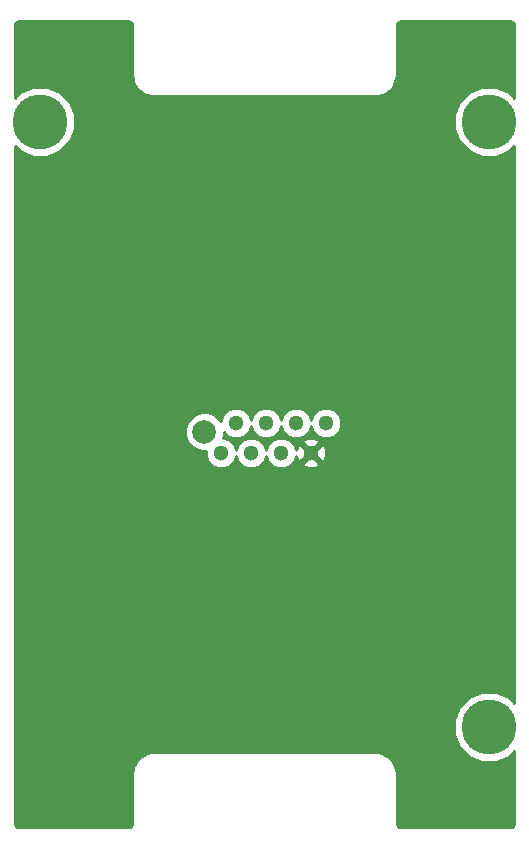
<source format=gbl>
G04 #@! TF.GenerationSoftware,KiCad,Pcbnew,(5.0.0)*
G04 #@! TF.CreationDate,2018-12-02T22:24:04-05:00*
G04 #@! TF.ProjectId,structural_test,7374727563747572616C5F746573742E,rev?*
G04 #@! TF.SameCoordinates,Original*
G04 #@! TF.FileFunction,Copper,L2,Bot,Signal*
G04 #@! TF.FilePolarity,Positive*
%FSLAX46Y46*%
G04 Gerber Fmt 4.6, Leading zero omitted, Abs format (unit mm)*
G04 Created by KiCad (PCBNEW (5.0.0)) date 12/02/18 22:24:04*
%MOMM*%
%LPD*%
G01*
G04 APERTURE LIST*
G04 #@! TA.AperFunction,ComponentPad*
%ADD10C,4.648200*%
G04 #@! TD*
G04 #@! TA.AperFunction,ComponentPad*
%ADD11C,2.000000*%
G04 #@! TD*
G04 #@! TA.AperFunction,ComponentPad*
%ADD12C,1.300000*%
G04 #@! TD*
G04 #@! TA.AperFunction,ViaPad*
%ADD13C,0.800000*%
G04 #@! TD*
G04 #@! TA.AperFunction,Conductor*
%ADD14C,0.254000*%
G04 #@! TD*
G04 APERTURE END LIST*
D10*
G04 #@! TO.P,B1,1*
G04 #@! TO.N,Net-(B1-Pad1)*
X68300000Y-85550000D03*
G04 #@! TD*
G04 #@! TO.P,B3,1*
G04 #@! TO.N,Net-(B3-Pad1)*
X106300000Y-136800000D03*
G04 #@! TD*
D11*
G04 #@! TO.P,J1,9*
G04 #@! TO.N,N/C*
X82220000Y-111800000D03*
D12*
G04 #@! TO.P,J1,8*
G04 #@! TO.N,/v-*
X92510000Y-111060000D03*
G04 #@! TO.P,J1,6*
G04 #@! TO.N,/temp2*
X89970000Y-111060000D03*
G04 #@! TO.P,J1,4*
G04 #@! TO.N,/5V*
X87430000Y-111060000D03*
G04 #@! TO.P,J1,2*
G04 #@! TO.N,/temp1*
X84890000Y-111060000D03*
G04 #@! TO.P,J1,7*
G04 #@! TO.N,/gnd*
X91240000Y-113600000D03*
G04 #@! TO.P,J1,1*
G04 #@! TO.N,/volt*
X83620000Y-113600000D03*
G04 #@! TO.P,J1,3*
G04 #@! TO.N,Net-(J1-Pad3)*
X86160000Y-113600000D03*
G04 #@! TO.P,J1,5*
G04 #@! TO.N,/v+*
X88700000Y-113600000D03*
G04 #@! TD*
D10*
G04 #@! TO.P,B2,1*
G04 #@! TO.N,Net-(B2-Pad1)*
X106300000Y-85550000D03*
G04 #@! TD*
D13*
G04 #@! TO.N,/gnd*
X104100000Y-77800000D03*
X66670000Y-77810000D03*
G04 #@! TD*
D14*
G04 #@! TO.N,/gnd*
G36*
X75941023Y-77094693D02*
X76027515Y-77152485D01*
X76085307Y-77238977D01*
X76120001Y-77413394D01*
X76120000Y-81731387D01*
X76134123Y-81802388D01*
X76134123Y-81802391D01*
X76211461Y-82191197D01*
X76293070Y-82388217D01*
X76321209Y-82456151D01*
X76541451Y-82785765D01*
X76744237Y-82988551D01*
X76744240Y-82988552D01*
X77073849Y-83208791D01*
X77073851Y-83208792D01*
X77338803Y-83318539D01*
X77727609Y-83395877D01*
X77727611Y-83395877D01*
X77798612Y-83410000D01*
X96801388Y-83410000D01*
X96872389Y-83395877D01*
X96872391Y-83395877D01*
X97261197Y-83318539D01*
X97526149Y-83208792D01*
X97526151Y-83208791D01*
X97855765Y-82988549D01*
X98058551Y-82785763D01*
X98058552Y-82785760D01*
X98278791Y-82456151D01*
X98306930Y-82388217D01*
X98388539Y-82191197D01*
X98465877Y-81802391D01*
X98465877Y-81802389D01*
X98480000Y-81731388D01*
X98480000Y-77413390D01*
X98514693Y-77238977D01*
X98572485Y-77152485D01*
X98658977Y-77094693D01*
X98833390Y-77060000D01*
X108086610Y-77060000D01*
X108261023Y-77094693D01*
X108347515Y-77152485D01*
X108405307Y-77238977D01*
X108440001Y-77413395D01*
X108440001Y-83505202D01*
X107976195Y-83041396D01*
X106888602Y-82590900D01*
X105711398Y-82590900D01*
X104623805Y-83041396D01*
X103791396Y-83873805D01*
X103340900Y-84961398D01*
X103340900Y-86138602D01*
X103791396Y-87226195D01*
X104623805Y-88058604D01*
X105711398Y-88509100D01*
X106888602Y-88509100D01*
X107976195Y-88058604D01*
X108440001Y-87594798D01*
X108440000Y-134755201D01*
X107976195Y-134291396D01*
X106888602Y-133840900D01*
X105711398Y-133840900D01*
X104623805Y-134291396D01*
X103791396Y-135123805D01*
X103340900Y-136211398D01*
X103340900Y-137388602D01*
X103791396Y-138476195D01*
X104623805Y-139308604D01*
X105711398Y-139759100D01*
X106888602Y-139759100D01*
X107976195Y-139308604D01*
X108440000Y-138844799D01*
X108440000Y-144936610D01*
X108405307Y-145111023D01*
X108347515Y-145197515D01*
X108261023Y-145255307D01*
X108086610Y-145290000D01*
X98833390Y-145290000D01*
X98658977Y-145255307D01*
X98572485Y-145197515D01*
X98514693Y-145111023D01*
X98480000Y-144936610D01*
X98480000Y-140618612D01*
X98445583Y-140445585D01*
X98388539Y-140158803D01*
X98278792Y-139893851D01*
X98278791Y-139893850D01*
X98278791Y-139893849D01*
X98058552Y-139564240D01*
X98058551Y-139564237D01*
X97855765Y-139361451D01*
X97526151Y-139141209D01*
X97526149Y-139141208D01*
X97261197Y-139031461D01*
X96872391Y-138954123D01*
X96872389Y-138954123D01*
X96801388Y-138940000D01*
X77798612Y-138940000D01*
X77727611Y-138954123D01*
X77727609Y-138954123D01*
X77338803Y-139031461D01*
X77073851Y-139141208D01*
X77073849Y-139141209D01*
X76744240Y-139361448D01*
X76744237Y-139361449D01*
X76541451Y-139564235D01*
X76321209Y-139893849D01*
X76321209Y-139893850D01*
X76321208Y-139893851D01*
X76211461Y-140158803D01*
X76134123Y-140547609D01*
X76134123Y-140547612D01*
X76120000Y-140618613D01*
X76120001Y-144936606D01*
X76085307Y-145111023D01*
X76027515Y-145197515D01*
X75941023Y-145255307D01*
X75766610Y-145290000D01*
X66513390Y-145290000D01*
X66338977Y-145255307D01*
X66252485Y-145197515D01*
X66194693Y-145111023D01*
X66160000Y-144936610D01*
X66160000Y-111474778D01*
X80585000Y-111474778D01*
X80585000Y-112125222D01*
X80833914Y-112726153D01*
X81293847Y-113186086D01*
X81894778Y-113435000D01*
X82335000Y-113435000D01*
X82335000Y-113855602D01*
X82530629Y-114327894D01*
X82892106Y-114689371D01*
X83364398Y-114885000D01*
X83875602Y-114885000D01*
X84347894Y-114689371D01*
X84709371Y-114327894D01*
X84890000Y-113891815D01*
X85070629Y-114327894D01*
X85432106Y-114689371D01*
X85904398Y-114885000D01*
X86415602Y-114885000D01*
X86887894Y-114689371D01*
X87249371Y-114327894D01*
X87430000Y-113891815D01*
X87610629Y-114327894D01*
X87972106Y-114689371D01*
X88444398Y-114885000D01*
X88955602Y-114885000D01*
X89427894Y-114689371D01*
X89618249Y-114499016D01*
X90520590Y-114499016D01*
X90576271Y-114729611D01*
X91059078Y-114897622D01*
X91569428Y-114868083D01*
X91903729Y-114729611D01*
X91959410Y-114499016D01*
X91240000Y-113779605D01*
X90520590Y-114499016D01*
X89618249Y-114499016D01*
X89789371Y-114327894D01*
X89969772Y-113892366D01*
X89971917Y-113929428D01*
X90110389Y-114263729D01*
X90340984Y-114319410D01*
X91060395Y-113600000D01*
X91419605Y-113600000D01*
X92139016Y-114319410D01*
X92369611Y-114263729D01*
X92537622Y-113780922D01*
X92508083Y-113270572D01*
X92369611Y-112936271D01*
X92139016Y-112880590D01*
X91419605Y-113600000D01*
X91060395Y-113600000D01*
X90340984Y-112880590D01*
X90110389Y-112936271D01*
X89975960Y-113322574D01*
X89789371Y-112872106D01*
X89618249Y-112700984D01*
X90520590Y-112700984D01*
X91240000Y-113420395D01*
X91959410Y-112700984D01*
X91903729Y-112470389D01*
X91420922Y-112302378D01*
X90910572Y-112331917D01*
X90576271Y-112470389D01*
X90520590Y-112700984D01*
X89618249Y-112700984D01*
X89427894Y-112510629D01*
X88955602Y-112315000D01*
X88444398Y-112315000D01*
X87972106Y-112510629D01*
X87610629Y-112872106D01*
X87430000Y-113308185D01*
X87249371Y-112872106D01*
X86887894Y-112510629D01*
X86415602Y-112315000D01*
X85904398Y-112315000D01*
X85432106Y-112510629D01*
X85070629Y-112872106D01*
X84890000Y-113308185D01*
X84709371Y-112872106D01*
X84347894Y-112510629D01*
X83875602Y-112315000D01*
X83776391Y-112315000D01*
X83855000Y-112125222D01*
X83855000Y-111842265D01*
X84162106Y-112149371D01*
X84634398Y-112345000D01*
X85145602Y-112345000D01*
X85617894Y-112149371D01*
X85979371Y-111787894D01*
X86160000Y-111351815D01*
X86340629Y-111787894D01*
X86702106Y-112149371D01*
X87174398Y-112345000D01*
X87685602Y-112345000D01*
X88157894Y-112149371D01*
X88519371Y-111787894D01*
X88700000Y-111351815D01*
X88880629Y-111787894D01*
X89242106Y-112149371D01*
X89714398Y-112345000D01*
X90225602Y-112345000D01*
X90697894Y-112149371D01*
X91059371Y-111787894D01*
X91240000Y-111351815D01*
X91420629Y-111787894D01*
X91782106Y-112149371D01*
X92254398Y-112345000D01*
X92765602Y-112345000D01*
X93237894Y-112149371D01*
X93599371Y-111787894D01*
X93795000Y-111315602D01*
X93795000Y-110804398D01*
X93599371Y-110332106D01*
X93237894Y-109970629D01*
X92765602Y-109775000D01*
X92254398Y-109775000D01*
X91782106Y-109970629D01*
X91420629Y-110332106D01*
X91240000Y-110768185D01*
X91059371Y-110332106D01*
X90697894Y-109970629D01*
X90225602Y-109775000D01*
X89714398Y-109775000D01*
X89242106Y-109970629D01*
X88880629Y-110332106D01*
X88700000Y-110768185D01*
X88519371Y-110332106D01*
X88157894Y-109970629D01*
X87685602Y-109775000D01*
X87174398Y-109775000D01*
X86702106Y-109970629D01*
X86340629Y-110332106D01*
X86160000Y-110768185D01*
X85979371Y-110332106D01*
X85617894Y-109970629D01*
X85145602Y-109775000D01*
X84634398Y-109775000D01*
X84162106Y-109970629D01*
X83800629Y-110332106D01*
X83605000Y-110804398D01*
X83605000Y-110872761D01*
X83146153Y-110413914D01*
X82545222Y-110165000D01*
X81894778Y-110165000D01*
X81293847Y-110413914D01*
X80833914Y-110873847D01*
X80585000Y-111474778D01*
X66160000Y-111474778D01*
X66160000Y-87594799D01*
X66623805Y-88058604D01*
X67711398Y-88509100D01*
X68888602Y-88509100D01*
X69976195Y-88058604D01*
X70808604Y-87226195D01*
X71259100Y-86138602D01*
X71259100Y-84961398D01*
X70808604Y-83873805D01*
X69976195Y-83041396D01*
X68888602Y-82590900D01*
X67711398Y-82590900D01*
X66623805Y-83041396D01*
X66160000Y-83505201D01*
X66160000Y-77413390D01*
X66194693Y-77238977D01*
X66252485Y-77152485D01*
X66338977Y-77094693D01*
X66513390Y-77060000D01*
X75766610Y-77060000D01*
X75941023Y-77094693D01*
X75941023Y-77094693D01*
G37*
X75941023Y-77094693D02*
X76027515Y-77152485D01*
X76085307Y-77238977D01*
X76120001Y-77413394D01*
X76120000Y-81731387D01*
X76134123Y-81802388D01*
X76134123Y-81802391D01*
X76211461Y-82191197D01*
X76293070Y-82388217D01*
X76321209Y-82456151D01*
X76541451Y-82785765D01*
X76744237Y-82988551D01*
X76744240Y-82988552D01*
X77073849Y-83208791D01*
X77073851Y-83208792D01*
X77338803Y-83318539D01*
X77727609Y-83395877D01*
X77727611Y-83395877D01*
X77798612Y-83410000D01*
X96801388Y-83410000D01*
X96872389Y-83395877D01*
X96872391Y-83395877D01*
X97261197Y-83318539D01*
X97526149Y-83208792D01*
X97526151Y-83208791D01*
X97855765Y-82988549D01*
X98058551Y-82785763D01*
X98058552Y-82785760D01*
X98278791Y-82456151D01*
X98306930Y-82388217D01*
X98388539Y-82191197D01*
X98465877Y-81802391D01*
X98465877Y-81802389D01*
X98480000Y-81731388D01*
X98480000Y-77413390D01*
X98514693Y-77238977D01*
X98572485Y-77152485D01*
X98658977Y-77094693D01*
X98833390Y-77060000D01*
X108086610Y-77060000D01*
X108261023Y-77094693D01*
X108347515Y-77152485D01*
X108405307Y-77238977D01*
X108440001Y-77413395D01*
X108440001Y-83505202D01*
X107976195Y-83041396D01*
X106888602Y-82590900D01*
X105711398Y-82590900D01*
X104623805Y-83041396D01*
X103791396Y-83873805D01*
X103340900Y-84961398D01*
X103340900Y-86138602D01*
X103791396Y-87226195D01*
X104623805Y-88058604D01*
X105711398Y-88509100D01*
X106888602Y-88509100D01*
X107976195Y-88058604D01*
X108440001Y-87594798D01*
X108440000Y-134755201D01*
X107976195Y-134291396D01*
X106888602Y-133840900D01*
X105711398Y-133840900D01*
X104623805Y-134291396D01*
X103791396Y-135123805D01*
X103340900Y-136211398D01*
X103340900Y-137388602D01*
X103791396Y-138476195D01*
X104623805Y-139308604D01*
X105711398Y-139759100D01*
X106888602Y-139759100D01*
X107976195Y-139308604D01*
X108440000Y-138844799D01*
X108440000Y-144936610D01*
X108405307Y-145111023D01*
X108347515Y-145197515D01*
X108261023Y-145255307D01*
X108086610Y-145290000D01*
X98833390Y-145290000D01*
X98658977Y-145255307D01*
X98572485Y-145197515D01*
X98514693Y-145111023D01*
X98480000Y-144936610D01*
X98480000Y-140618612D01*
X98445583Y-140445585D01*
X98388539Y-140158803D01*
X98278792Y-139893851D01*
X98278791Y-139893850D01*
X98278791Y-139893849D01*
X98058552Y-139564240D01*
X98058551Y-139564237D01*
X97855765Y-139361451D01*
X97526151Y-139141209D01*
X97526149Y-139141208D01*
X97261197Y-139031461D01*
X96872391Y-138954123D01*
X96872389Y-138954123D01*
X96801388Y-138940000D01*
X77798612Y-138940000D01*
X77727611Y-138954123D01*
X77727609Y-138954123D01*
X77338803Y-139031461D01*
X77073851Y-139141208D01*
X77073849Y-139141209D01*
X76744240Y-139361448D01*
X76744237Y-139361449D01*
X76541451Y-139564235D01*
X76321209Y-139893849D01*
X76321209Y-139893850D01*
X76321208Y-139893851D01*
X76211461Y-140158803D01*
X76134123Y-140547609D01*
X76134123Y-140547612D01*
X76120000Y-140618613D01*
X76120001Y-144936606D01*
X76085307Y-145111023D01*
X76027515Y-145197515D01*
X75941023Y-145255307D01*
X75766610Y-145290000D01*
X66513390Y-145290000D01*
X66338977Y-145255307D01*
X66252485Y-145197515D01*
X66194693Y-145111023D01*
X66160000Y-144936610D01*
X66160000Y-111474778D01*
X80585000Y-111474778D01*
X80585000Y-112125222D01*
X80833914Y-112726153D01*
X81293847Y-113186086D01*
X81894778Y-113435000D01*
X82335000Y-113435000D01*
X82335000Y-113855602D01*
X82530629Y-114327894D01*
X82892106Y-114689371D01*
X83364398Y-114885000D01*
X83875602Y-114885000D01*
X84347894Y-114689371D01*
X84709371Y-114327894D01*
X84890000Y-113891815D01*
X85070629Y-114327894D01*
X85432106Y-114689371D01*
X85904398Y-114885000D01*
X86415602Y-114885000D01*
X86887894Y-114689371D01*
X87249371Y-114327894D01*
X87430000Y-113891815D01*
X87610629Y-114327894D01*
X87972106Y-114689371D01*
X88444398Y-114885000D01*
X88955602Y-114885000D01*
X89427894Y-114689371D01*
X89618249Y-114499016D01*
X90520590Y-114499016D01*
X90576271Y-114729611D01*
X91059078Y-114897622D01*
X91569428Y-114868083D01*
X91903729Y-114729611D01*
X91959410Y-114499016D01*
X91240000Y-113779605D01*
X90520590Y-114499016D01*
X89618249Y-114499016D01*
X89789371Y-114327894D01*
X89969772Y-113892366D01*
X89971917Y-113929428D01*
X90110389Y-114263729D01*
X90340984Y-114319410D01*
X91060395Y-113600000D01*
X91419605Y-113600000D01*
X92139016Y-114319410D01*
X92369611Y-114263729D01*
X92537622Y-113780922D01*
X92508083Y-113270572D01*
X92369611Y-112936271D01*
X92139016Y-112880590D01*
X91419605Y-113600000D01*
X91060395Y-113600000D01*
X90340984Y-112880590D01*
X90110389Y-112936271D01*
X89975960Y-113322574D01*
X89789371Y-112872106D01*
X89618249Y-112700984D01*
X90520590Y-112700984D01*
X91240000Y-113420395D01*
X91959410Y-112700984D01*
X91903729Y-112470389D01*
X91420922Y-112302378D01*
X90910572Y-112331917D01*
X90576271Y-112470389D01*
X90520590Y-112700984D01*
X89618249Y-112700984D01*
X89427894Y-112510629D01*
X88955602Y-112315000D01*
X88444398Y-112315000D01*
X87972106Y-112510629D01*
X87610629Y-112872106D01*
X87430000Y-113308185D01*
X87249371Y-112872106D01*
X86887894Y-112510629D01*
X86415602Y-112315000D01*
X85904398Y-112315000D01*
X85432106Y-112510629D01*
X85070629Y-112872106D01*
X84890000Y-113308185D01*
X84709371Y-112872106D01*
X84347894Y-112510629D01*
X83875602Y-112315000D01*
X83776391Y-112315000D01*
X83855000Y-112125222D01*
X83855000Y-111842265D01*
X84162106Y-112149371D01*
X84634398Y-112345000D01*
X85145602Y-112345000D01*
X85617894Y-112149371D01*
X85979371Y-111787894D01*
X86160000Y-111351815D01*
X86340629Y-111787894D01*
X86702106Y-112149371D01*
X87174398Y-112345000D01*
X87685602Y-112345000D01*
X88157894Y-112149371D01*
X88519371Y-111787894D01*
X88700000Y-111351815D01*
X88880629Y-111787894D01*
X89242106Y-112149371D01*
X89714398Y-112345000D01*
X90225602Y-112345000D01*
X90697894Y-112149371D01*
X91059371Y-111787894D01*
X91240000Y-111351815D01*
X91420629Y-111787894D01*
X91782106Y-112149371D01*
X92254398Y-112345000D01*
X92765602Y-112345000D01*
X93237894Y-112149371D01*
X93599371Y-111787894D01*
X93795000Y-111315602D01*
X93795000Y-110804398D01*
X93599371Y-110332106D01*
X93237894Y-109970629D01*
X92765602Y-109775000D01*
X92254398Y-109775000D01*
X91782106Y-109970629D01*
X91420629Y-110332106D01*
X91240000Y-110768185D01*
X91059371Y-110332106D01*
X90697894Y-109970629D01*
X90225602Y-109775000D01*
X89714398Y-109775000D01*
X89242106Y-109970629D01*
X88880629Y-110332106D01*
X88700000Y-110768185D01*
X88519371Y-110332106D01*
X88157894Y-109970629D01*
X87685602Y-109775000D01*
X87174398Y-109775000D01*
X86702106Y-109970629D01*
X86340629Y-110332106D01*
X86160000Y-110768185D01*
X85979371Y-110332106D01*
X85617894Y-109970629D01*
X85145602Y-109775000D01*
X84634398Y-109775000D01*
X84162106Y-109970629D01*
X83800629Y-110332106D01*
X83605000Y-110804398D01*
X83605000Y-110872761D01*
X83146153Y-110413914D01*
X82545222Y-110165000D01*
X81894778Y-110165000D01*
X81293847Y-110413914D01*
X80833914Y-110873847D01*
X80585000Y-111474778D01*
X66160000Y-111474778D01*
X66160000Y-87594799D01*
X66623805Y-88058604D01*
X67711398Y-88509100D01*
X68888602Y-88509100D01*
X69976195Y-88058604D01*
X70808604Y-87226195D01*
X71259100Y-86138602D01*
X71259100Y-84961398D01*
X70808604Y-83873805D01*
X69976195Y-83041396D01*
X68888602Y-82590900D01*
X67711398Y-82590900D01*
X66623805Y-83041396D01*
X66160000Y-83505201D01*
X66160000Y-77413390D01*
X66194693Y-77238977D01*
X66252485Y-77152485D01*
X66338977Y-77094693D01*
X66513390Y-77060000D01*
X75766610Y-77060000D01*
X75941023Y-77094693D01*
G04 #@! TD*
M02*

</source>
